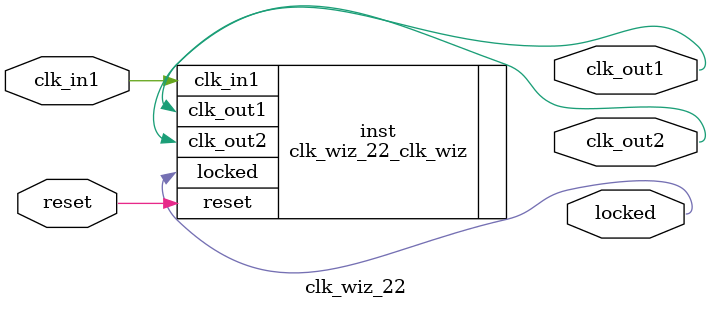
<source format=v>


`timescale 1ps/1ps

(* CORE_GENERATION_INFO = "clk_wiz_22,clk_wiz_v6_0_11_0_0,{component_name=clk_wiz_22,use_phase_alignment=true,use_min_o_jitter=false,use_max_i_jitter=false,use_dyn_phase_shift=false,use_inclk_switchover=false,use_dyn_reconfig=false,enable_axi=0,feedback_source=FDBK_AUTO,PRIMITIVE=MMCM,num_out_clk=2,clkin1_period=10.000,clkin2_period=10.000,use_power_down=false,use_reset=true,use_locked=true,use_inclk_stopped=false,feedback_type=SINGLE,CLOCK_MGR_TYPE=NA,manual_override=false}" *)

module clk_wiz_22 
 (
  // Clock out ports
  output        clk_out1,
  output        clk_out2,
  // Status and control signals
  input         reset,
  output        locked,
 // Clock in ports
  input         clk_in1
 );

  clk_wiz_22_clk_wiz inst
  (
  // Clock out ports  
  .clk_out1(clk_out1),
  .clk_out2(clk_out2),
  // Status and control signals               
  .reset(reset), 
  .locked(locked),
 // Clock in ports
  .clk_in1(clk_in1)
  );

endmodule

</source>
